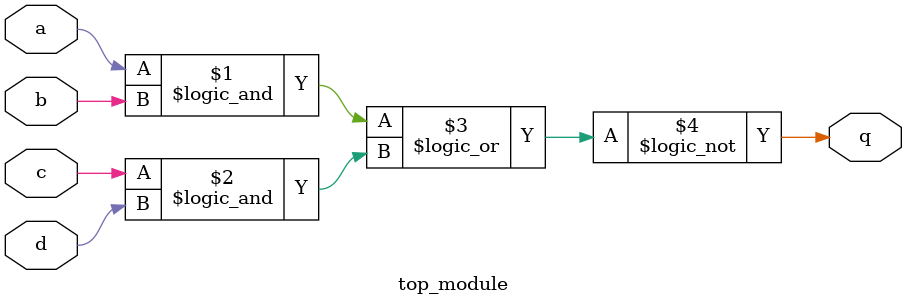
<source format=sv>
module top_module (
	input a, 
	input b, 
	input c, 
	input d,
	output q
);

	assign q = !((a && b) || (c && d));

endmodule

</source>
